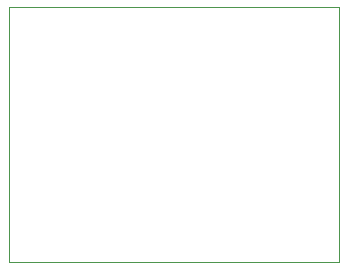
<source format=gbr>
%TF.GenerationSoftware,KiCad,Pcbnew,5.1.6-c6e7f7d~87~ubuntu18.04.1*%
%TF.CreationDate,2020-10-05T23:43:03-04:00*%
%TF.ProjectId,DemoKiCad,44656d6f-4b69-4436-9164-2e6b69636164,rev?*%
%TF.SameCoordinates,Original*%
%TF.FileFunction,Profile,NP*%
%FSLAX46Y46*%
G04 Gerber Fmt 4.6, Leading zero omitted, Abs format (unit mm)*
G04 Created by KiCad (PCBNEW 5.1.6-c6e7f7d~87~ubuntu18.04.1) date 2020-10-05 23:43:03*
%MOMM*%
%LPD*%
G01*
G04 APERTURE LIST*
%TA.AperFunction,Profile*%
%ADD10C,0.100000*%
%TD*%
G04 APERTURE END LIST*
D10*
X129540000Y-54610000D02*
X129540000Y-76200000D01*
X101600000Y-54610000D02*
X129540000Y-54610000D01*
X101600000Y-76200000D02*
X101600000Y-54610000D01*
X129540000Y-76200000D02*
X101600000Y-76200000D01*
M02*

</source>
